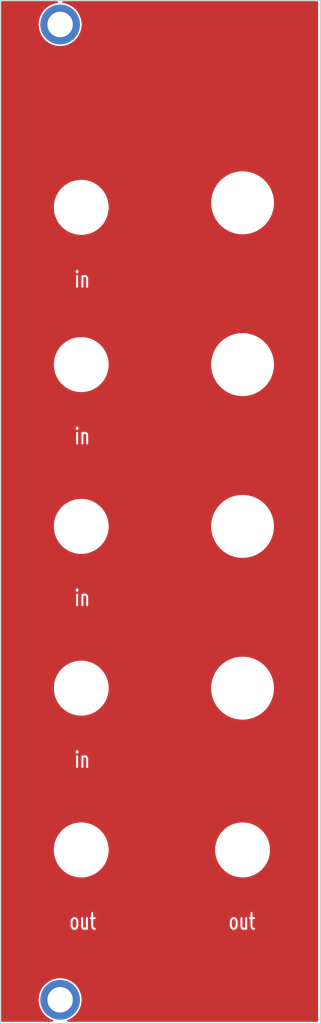
<source format=kicad_pcb>
(kicad_pcb (version 20240108) (generator "pcbnew") (generator_version "8.0")
  (title_block (title "cp3") (date "1") (comment 1 "PCB for panel") (comment 2 "Moog like discrete mixer") (comment 4 "License CC BY 4.0 - Attribution 4.0 International"))
  (layers (0 "F.Cu" signal) (31 "B.Cu" signal) (34 "B.Paste" user) (35 "F.Paste" user) (36 "B.SilkS" user "B.Silkscreen") (37 "F.SilkS" user "F.Silkscreen") (38 "B.Mask" user) (39 "F.Mask" user) (44 "Edge.Cuts" user))
  (net 0 "")
  (footprint "elektrophon:MountingHole_Panel_3.2mm_M3" (layer "F.Cu") (at 58.3 53.8)
    (property "Reference" "H1" (hide yes))
    (property "Value" "~" (hide yes))
    (pad "1" thru_hole circle (at 0 0) (size 3.6 3.6) (drill 3.2) (layers "*.Cu" "*.Mask"))
    (pad "1" connect circle (at 0 0) (size 5 5) (layers "F.Cu" "F.Mask"))
    (pad "1" connect circle (at 0 0) (size 5 5) (layers "B.Cu" "B.Mask"))
  )
  (footprint "elektrophon:MountingHole_Panel_3.2mm_M3" (layer "F.Cu") (at 58.3 176.3)
    (property "Reference" "H2" (hide yes))
    (property "Value" "~" (hide yes))
    (pad "1" thru_hole circle (at 0 0) (size 3.6 3.6) (drill 3.2) (layers "*.Cu" "*.Mask"))
    (pad "1" connect circle (at 0 0) (size 5 5) (layers "F.Cu" "F.Mask"))
    (pad "1" connect circle (at 0 0) (size 5 5) (layers "B.Cu" "B.Mask"))
  )
  (footprint "elektrophon:panel_jack" (layer "F.Cu") (at 60.96 137.16)
    (property "Reference" "H6" (hide yes))
    (property "Value" "IN4" (hide yes))
    (pad "" np_thru_hole circle (at 0 0) (size 6.4 6.4) (drill 6.4) (layers "*.Cu" "*.Mask"))
  )
  (footprint "elektrophon:panel_potentiometer" (layer "F.Cu") (at 81.28 76.2)
    (property "Reference" "H9" (hide yes))
    (property "Value" "ATTEN_1" (hide yes))
    (pad "" np_thru_hole circle (at 0 0) (size 7.4 7.4) (drill 7.4) (layers "*.Cu" "*.Mask"))
  )
  (footprint "elektrophon:panel_jack" (layer "F.Cu") (at 60.96 157.48)
    (property "Reference" "H7" (hide yes))
    (property "Value" "OUT_a" (hide yes))
    (pad "" np_thru_hole circle (at 0 0) (size 6.4 6.4) (drill 6.4) (layers "*.Cu" "*.Mask"))
  )
  (footprint "elektrophon:panel_potentiometer" (layer "F.Cu") (at 81.28 137.16)
    (property "Reference" "H12" (hide yes))
    (property "Value" "ATTEN_4" (hide yes))
    (pad "" np_thru_hole circle (at 0 0) (size 7.4 7.4) (drill 7.4) (layers "*.Cu" "*.Mask"))
  )
  (footprint "elektrophon:panel_potentiometer" (layer "F.Cu") (at 81.28 116.84)
    (property "Reference" "H11" (hide yes))
    (property "Value" "ATTEN_3" (hide yes))
    (pad "" np_thru_hole circle (at 0 0) (size 7.4 7.4) (drill 7.4) (layers "*.Cu" "*.Mask"))
  )
  (footprint "elektrophon:panel_potentiometer" (layer "F.Cu") (at 81.28 96.52)
    (property "Reference" "H10" (hide yes))
    (property "Value" "ATTEN_2" (hide yes))
    (pad "" np_thru_hole circle (at 0 0) (size 7.4 7.4) (drill 7.4) (layers "*.Cu" "*.Mask"))
  )
  (footprint "elektrophon:panel_jack" (layer "F.Cu") (at 81.28 157.48)
    (property "Reference" "H8" (hide yes))
    (property "Value" "OUT_b" (hide yes))
    (pad "" np_thru_hole circle (at 0 0) (size 6.4 6.4) (drill 6.4) (layers "*.Cu" "*.Mask"))
  )
  (footprint "elektrophon:panel_jack" (layer "F.Cu") (at 60.96 76.77)
    (property "Reference" "H3" (hide yes))
    (property "Value" "IN1" (hide yes))
    (pad "" np_thru_hole circle (at 0 0) (size 6.4 6.4) (drill 6.4) (layers "*.Cu" "*.Mask"))
  )
  (footprint "elektrophon:panel_jack" (layer "F.Cu") (at 60.96 96.52)
    (property "Reference" "H4" (hide yes))
    (property "Value" "IN2" (hide yes))
    (pad "" np_thru_hole circle (at 0 0) (size 6.4 6.4) (drill 6.4) (layers "*.Cu" "*.Mask"))
  )
  (footprint "elektrophon:panel_jack" (layer "F.Cu") (at 60.96 116.84)
    (property "Reference" "H5" (hide yes))
    (property "Value" "IN3" (hide yes))
    (pad "" np_thru_hole circle (at 0 0) (size 6.4 6.4) (drill 6.4) (layers "*.Cu" "*.Mask"))
  )
  (gr_line (start 50.8 50.8) (end 50.8 179.3) (stroke (width 0.15)) (layer "Edge.Cuts"))
  (gr_line (start 91.1 179.3) (end 50.8 179.3) (stroke (width 0.15)) (layer "Edge.Cuts"))
  (gr_line (start 50.8 50.8) (end 91.1 50.8) (stroke (width 0.15)) (layer "Edge.Cuts"))
  (gr_line (start 91.1 50.8) (end 91.1 179.3) (stroke (width 0.15)) (layer "Edge.Cuts"))
  (gr_text "in" (at 59.944 127 0) (layer "F.Cu" knockout) (effects (font (size 2 1.4) (thickness 0.25) (bold yes)) (justify left bottom)))
  (gr_text "in" (at 59.944 147.32 0) (layer "F.Cu" knockout) (effects (font (size 2 1.4) (thickness 0.25) (bold yes)) (justify left bottom)))
  (gr_text "out" (at 79.375 167.64 0) (layer "F.Cu" knockout) (effects (font (size 2 1.4) (thickness 0.25) (bold yes)) (justify left bottom)))
  (gr_text "in" (at 59.944 106.68 0) (layer "F.Cu" knockout) (effects (font (size 2 1.4) (thickness 0.25) (bold yes)) (justify left bottom)))
  (gr_text "in" (at 59.944 86.995 0) (layer "F.Cu" knockout) (effects (font (size 2 1.4) (thickness 0.25) (bold yes)) (justify left bottom)))
  (gr_text "out" (at 59.309 167.64 0) (layer "F.Cu" knockout) (effects (font (size 2 1.4) (thickness 0.25) (bold yes)) (justify left bottom)))
  (zone (net 0) (net_name "") (layer "F.Cu") (connect_pads (clearance 0)) (min_thickness 0.25) (fill yes (thermal_gap 0.5) (thermal_bridge_width 0.5) (island_removal_mode 1) (island_area_min 10))
    (polygon (pts (xy 50.8 50.8) (xy 90.805 50.8) (xy 90.805 179.07) (xy 50.8 179.07)))
  )
)
</source>
